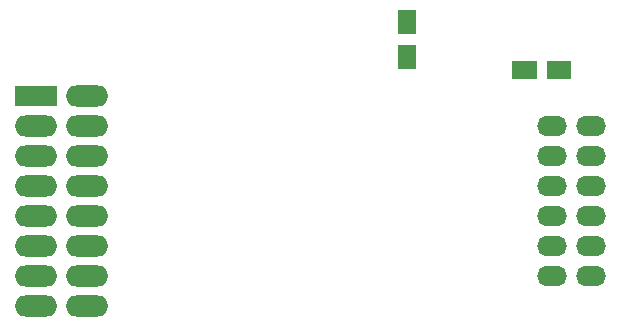
<source format=gbs>
G04 #@! TF.GenerationSoftware,KiCad,Pcbnew,6.0.10-86aedd382b~118~ubuntu22.04.1*
G04 #@! TF.CreationDate,2023-01-30T15:30:24-08:00*
G04 #@! TF.ProjectId,led-panel-single,6c65642d-7061-46e6-956c-2d73696e676c,rev?*
G04 #@! TF.SameCoordinates,Original*
G04 #@! TF.FileFunction,Soldermask,Bot*
G04 #@! TF.FilePolarity,Negative*
%FSLAX46Y46*%
G04 Gerber Fmt 4.6, Leading zero omitted, Abs format (unit mm)*
G04 Created by KiCad (PCBNEW 6.0.10-86aedd382b~118~ubuntu22.04.1) date 2023-01-30 15:30:24*
%MOMM*%
%LPD*%
G01*
G04 APERTURE LIST*
G04 Aperture macros list*
%AMFreePoly0*
4,1,6,1.000000,0.000000,0.500000,-0.750000,-0.500000,-0.750000,-0.500000,0.750000,0.500000,0.750000,1.000000,0.000000,1.000000,0.000000,$1*%
G04 Aperture macros list end*
%ADD10R,3.600000X1.800000*%
%ADD11O,3.600000X1.800000*%
%ADD12O,2.540000X1.700000*%
%ADD13FreePoly0,0.000000*%
%ADD14FreePoly0,180.000000*%
%ADD15R,1.500000X1.500000*%
%ADD16FreePoly0,90.000000*%
%ADD17FreePoly0,270.000000*%
G04 APERTURE END LIST*
D10*
G04 #@! TO.C,J5*
X90540000Y-91110000D03*
D11*
X94880000Y-91110000D03*
X90540000Y-93650000D03*
X94880000Y-93650000D03*
X90540000Y-96190000D03*
X94880000Y-96190000D03*
X90540000Y-98730000D03*
X94880000Y-98730000D03*
X90540000Y-101270000D03*
X94880000Y-101270000D03*
X90540000Y-103810000D03*
X94880000Y-103810000D03*
X90540000Y-106350000D03*
X94880000Y-106350000D03*
X90540000Y-108890000D03*
X94880000Y-108890000D03*
G04 #@! TD*
D12*
G04 #@! TO.C,J2*
X137560000Y-106350000D03*
X134220000Y-106350000D03*
X137560000Y-103810000D03*
X134220000Y-103810000D03*
X137560000Y-101270000D03*
X134220000Y-101270000D03*
X137560000Y-98730000D03*
X134220000Y-98730000D03*
X137560000Y-96190000D03*
X134220000Y-96190000D03*
X137560000Y-93650000D03*
X134220000Y-93650000D03*
G04 #@! TD*
D13*
G04 #@! TO.C,J3*
X131350000Y-88900000D03*
D14*
X135350000Y-88900000D03*
D15*
X134550000Y-88900000D03*
X132150000Y-88900000D03*
G04 #@! TD*
D16*
G04 #@! TO.C,J4*
X121980000Y-88360000D03*
D17*
X121980000Y-84360000D03*
D15*
X121980000Y-85160000D03*
X121980000Y-87560000D03*
G04 #@! TD*
M02*

</source>
